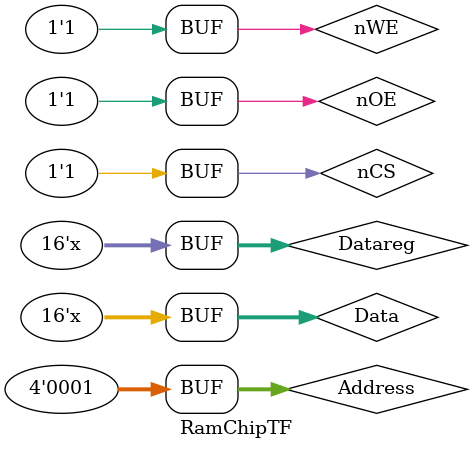
<source format=v>

`timescale 1ns/1ns

module RamChipTF;

  parameter AddressSize = 4;
  parameter WordSize    = 16;

  parameter Tsetup      = 5;
  parameter Thold       = 3;
  parameter Tpulse      = 2;
  parameter Tbetween    = 5;     // Delay between consecutive cycles

  // Connections to memory model
  //
  reg  [AddressSize-1:0] Address;
  wire [WordSize-1:0]    Data;
  reg                    nCS, nWE, nOE;

  // Signal Data is connected to an inout port, and must be a net.
  // In order to drive it from within procedural code, we need an
  // auxiliary variable to hold the value our test fixture is
  // trying to drive on to Data.  We then copy Datareg on to Data
  // using a continuous assign.
  //
  reg  [WordSize-1:0]    Datareg;
  //
  assign Data = Datareg;


  // Instance of memory model
  //
  RamChip #(AddressSize, WordSize) Chip (Address, Data, nCS, nWE, nOE);


  initial
  begin

    // Write 'haaaa to address 0

            Address = 0;
            Datareg = 16'haaaa;
            nWE = 1;
            nOE = 1;
            nCS = 0;
    #Tsetup nWE = 0;
    #Tpulse nWE = 1;
    #Thold  Datareg = {WordSize{1'bZ}};
            nCS = 1;

    #Tbetween;

    // Write 'h5555 to address 1

            Address = 1;
            Datareg = 16'h5555;
            nWE = 1;
            nOE = 1;
            nCS = 0;
    #Tsetup nWE = 0;
    #Tpulse nWE = 1;
    #Thold  Datareg = {WordSize{1'bZ}};
            nCS = 1;

    #Tbetween;

    // Read from address 0

            Address = 0;
            Datareg = {WordSize{1'bZ}};
            nWE = 1;
            nOE = 1;
            nCS = 0;
    #Tsetup nOE = 0;
    #Tpulse if ( Data !== 16'haaaa )
              $display ("Failed to read correct data from address 0");
            nOE = 1;
    #Thold nCS = 1;

    #Tbetween;

    // Read from address 1

            Address = 1;
            Datareg = {WordSize{1'bZ}};
            nWE = 1;
            nOE = 1;
            nCS = 0;
    #Tsetup nOE = 0;
    #Tpulse if ( Data !== 16'h5555 )
              $display ("Failed to read correct data from address 0");
            nOE = 1;
    #Thold nCS = 1;
  end

endmodule

</source>
